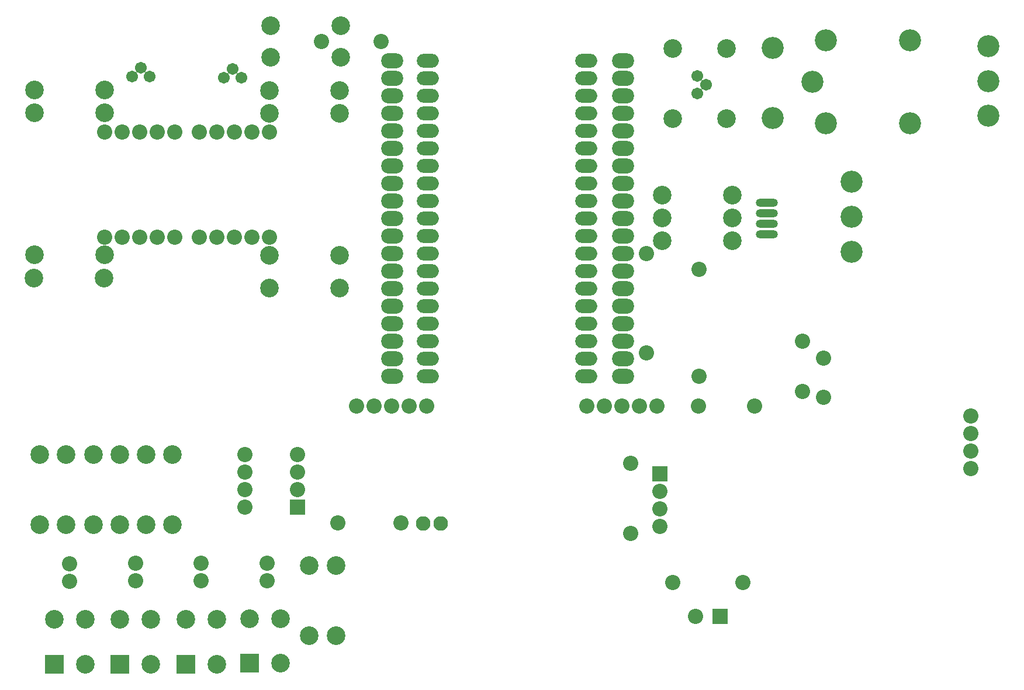
<source format=gbs>
G04*
G04 #@! TF.GenerationSoftware,Altium Limited,CircuitMaker,2.2.1 (2.2.1.6)*
G04*
G04 Layer_Color=8150272*
%FSLAX25Y25*%
%MOIN*%
G70*
G04*
G04 #@! TF.SameCoordinates,4B569A1E-B195-418F-9F09-93343C68B421*
G04*
G04*
G04 #@! TF.FilePolarity,Negative*
G04*
G01*
G75*
%ADD20C,0.08300*%
%ADD21C,0.10642*%
%ADD22C,0.08674*%
%ADD23O,0.12611X0.08674*%
%ADD24O,0.12611X0.08674*%
%ADD25C,0.12611*%
%ADD26O,0.12611X0.04737*%
%ADD27R,0.08674X0.08674*%
%ADD28R,0.08674X0.08674*%
%ADD29O,0.12611X0.07887*%
%ADD30R,0.10642X0.10642*%
%ADD31C,0.06706*%
D20*
X364500Y204000D02*
D03*
X354500D02*
D03*
D21*
X491000Y378500D02*
D03*
X531000D02*
D03*
Y365500D02*
D03*
X491000D02*
D03*
X307000Y357000D02*
D03*
X267000D02*
D03*
X172500Y344000D02*
D03*
X132500D02*
D03*
X527500Y475000D02*
D03*
X497000D02*
D03*
X531000Y391500D02*
D03*
X491000D02*
D03*
X527500Y435000D02*
D03*
X497000D02*
D03*
X289500Y180000D02*
D03*
Y140000D02*
D03*
X267500Y488000D02*
D03*
X307500D02*
D03*
Y470000D02*
D03*
X267500D02*
D03*
X267000Y451000D02*
D03*
X307000D02*
D03*
X267000Y438000D02*
D03*
X307000D02*
D03*
X267000Y338500D02*
D03*
X307000D02*
D03*
X173000Y451500D02*
D03*
X133000D02*
D03*
X173000Y438500D02*
D03*
X133000D02*
D03*
Y357500D02*
D03*
X173000D02*
D03*
X166500Y243500D02*
D03*
Y203500D02*
D03*
X151000D02*
D03*
Y243500D02*
D03*
X136000Y203500D02*
D03*
Y243500D02*
D03*
X273358Y124205D02*
D03*
Y149795D02*
D03*
X255642D02*
D03*
X236858Y123705D02*
D03*
Y149295D02*
D03*
X219142D02*
D03*
X199358Y123705D02*
D03*
Y149295D02*
D03*
X181642D02*
D03*
X161858Y123705D02*
D03*
Y149295D02*
D03*
X144142D02*
D03*
X305000Y140000D02*
D03*
Y180000D02*
D03*
X181500Y203500D02*
D03*
Y243500D02*
D03*
X211500Y203500D02*
D03*
Y243500D02*
D03*
X196500Y203500D02*
D03*
Y243500D02*
D03*
D22*
X537000Y170500D02*
D03*
X497000D02*
D03*
X667000Y235500D02*
D03*
X510000Y151000D02*
D03*
X489740Y222500D02*
D03*
Y212500D02*
D03*
Y202500D02*
D03*
X473000Y238500D02*
D03*
Y198500D02*
D03*
X488000Y271000D02*
D03*
X478000D02*
D03*
X468000D02*
D03*
X458000D02*
D03*
X448000D02*
D03*
X227000Y367500D02*
D03*
X237000D02*
D03*
X247000D02*
D03*
X257000D02*
D03*
X267000D02*
D03*
X227000Y427500D02*
D03*
X237000D02*
D03*
X247000D02*
D03*
X257000D02*
D03*
X267000D02*
D03*
X173000Y367500D02*
D03*
X183000D02*
D03*
X193000D02*
D03*
X203000D02*
D03*
X213000D02*
D03*
X173000Y427500D02*
D03*
X183000D02*
D03*
X193000D02*
D03*
X203000D02*
D03*
X213000D02*
D03*
X253000Y243300D02*
D03*
Y233300D02*
D03*
Y223300D02*
D03*
Y213300D02*
D03*
X283000Y243300D02*
D03*
Y233300D02*
D03*
Y223300D02*
D03*
X153000Y171000D02*
D03*
Y181000D02*
D03*
X190500Y171500D02*
D03*
Y181500D02*
D03*
X228000Y171500D02*
D03*
Y181500D02*
D03*
X265500D02*
D03*
Y171500D02*
D03*
X667000Y265500D02*
D03*
Y255500D02*
D03*
Y245500D02*
D03*
X316500Y271000D02*
D03*
X326500D02*
D03*
X336500D02*
D03*
X346500D02*
D03*
X356500D02*
D03*
X342000Y204500D02*
D03*
X482000Y358000D02*
D03*
Y301500D02*
D03*
X543500Y271000D02*
D03*
X583000Y298500D02*
D03*
Y276000D02*
D03*
X571000Y308000D02*
D03*
Y279500D02*
D03*
X512000Y349000D02*
D03*
Y288000D02*
D03*
X511500Y271000D02*
D03*
X330500Y479000D02*
D03*
X296500D02*
D03*
X306000Y204500D02*
D03*
D23*
X337000Y358000D02*
D03*
Y288000D02*
D03*
Y468000D02*
D03*
Y458000D02*
D03*
Y448000D02*
D03*
Y438000D02*
D03*
Y428000D02*
D03*
Y418000D02*
D03*
Y408000D02*
D03*
Y398000D02*
D03*
Y388000D02*
D03*
Y378000D02*
D03*
Y368000D02*
D03*
Y328000D02*
D03*
Y318000D02*
D03*
Y308000D02*
D03*
Y298000D02*
D03*
X468500Y468000D02*
D03*
Y458000D02*
D03*
Y448000D02*
D03*
Y438000D02*
D03*
Y428000D02*
D03*
Y418000D02*
D03*
Y408000D02*
D03*
Y398000D02*
D03*
Y388000D02*
D03*
Y378000D02*
D03*
Y368000D02*
D03*
Y358000D02*
D03*
Y348000D02*
D03*
Y338000D02*
D03*
Y328000D02*
D03*
Y318000D02*
D03*
Y308000D02*
D03*
Y298000D02*
D03*
Y288000D02*
D03*
D24*
X337000Y338000D02*
D03*
Y348000D02*
D03*
D25*
X554000Y475500D02*
D03*
Y435500D02*
D03*
X584374Y479622D02*
D03*
X677000Y476185D02*
D03*
X599000Y359000D02*
D03*
Y379000D02*
D03*
Y399000D02*
D03*
X677000Y436815D02*
D03*
Y456500D02*
D03*
X576500Y456000D02*
D03*
X632406Y479622D02*
D03*
Y432378D02*
D03*
X584374D02*
D03*
D26*
X550500Y386858D02*
D03*
Y380953D02*
D03*
Y375047D02*
D03*
Y369142D02*
D03*
D27*
X524000Y151000D02*
D03*
D28*
X489740Y232500D02*
D03*
X283000Y213300D02*
D03*
D29*
X357421Y458000D02*
D03*
Y418000D02*
D03*
Y378000D02*
D03*
Y338000D02*
D03*
Y298000D02*
D03*
Y468000D02*
D03*
Y438000D02*
D03*
Y428000D02*
D03*
Y408000D02*
D03*
Y398000D02*
D03*
Y368000D02*
D03*
Y358000D02*
D03*
Y348000D02*
D03*
Y328000D02*
D03*
Y318000D02*
D03*
Y308000D02*
D03*
Y448000D02*
D03*
Y388000D02*
D03*
Y288000D02*
D03*
X447579D02*
D03*
Y458000D02*
D03*
Y418000D02*
D03*
Y378000D02*
D03*
Y338000D02*
D03*
Y298000D02*
D03*
Y468000D02*
D03*
Y438000D02*
D03*
Y428000D02*
D03*
Y408000D02*
D03*
Y398000D02*
D03*
Y368000D02*
D03*
Y358000D02*
D03*
Y348000D02*
D03*
Y328000D02*
D03*
Y318000D02*
D03*
Y308000D02*
D03*
Y448000D02*
D03*
Y388000D02*
D03*
D30*
X255642Y124205D02*
D03*
X219142Y123705D02*
D03*
X181642D02*
D03*
X144142D02*
D03*
D31*
X511000Y459500D02*
D03*
Y449500D02*
D03*
X516000Y454500D02*
D03*
X246000Y463500D02*
D03*
X251000Y458500D02*
D03*
X241000D02*
D03*
X188500Y459000D02*
D03*
X198500D02*
D03*
X193500Y464000D02*
D03*
M02*

</source>
